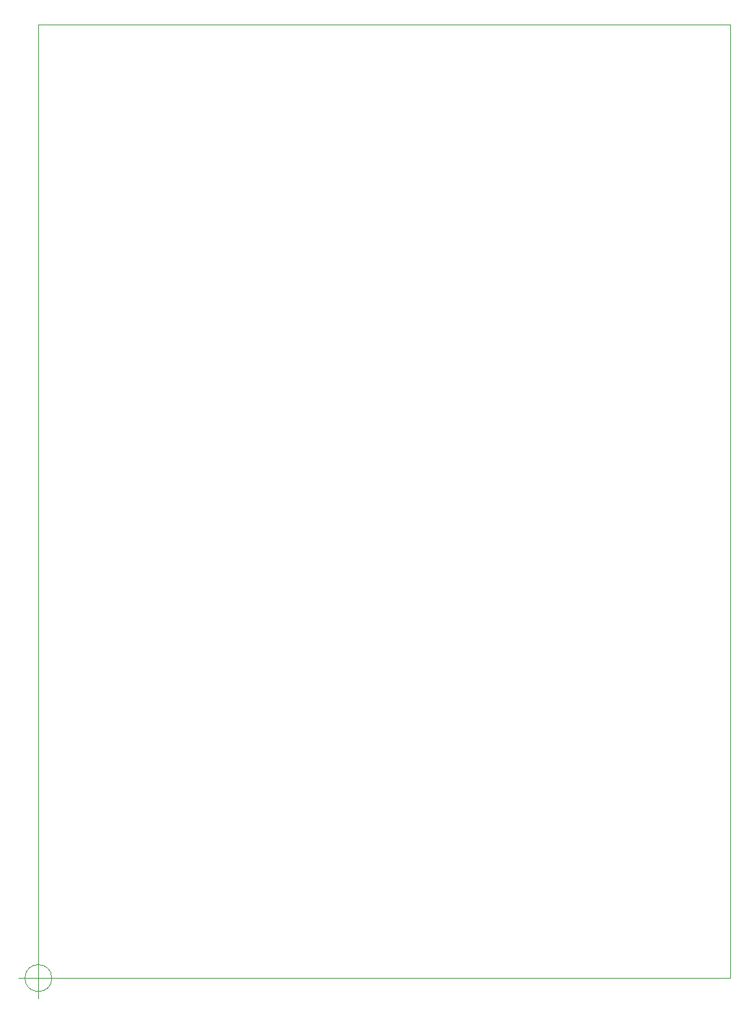
<source format=gbr>
%TF.GenerationSoftware,KiCad,Pcbnew,(6.0.9)*%
%TF.CreationDate,2022-12-04T20:55:25-04:00*%
%TF.ProjectId,pika-board,70696b61-2d62-46f6-9172-642e6b696361,rev?*%
%TF.SameCoordinates,Original*%
%TF.FileFunction,Profile,NP*%
%FSLAX46Y46*%
G04 Gerber Fmt 4.6, Leading zero omitted, Abs format (unit mm)*
G04 Created by KiCad (PCBNEW (6.0.9)) date 2022-12-04 20:55:25*
%MOMM*%
%LPD*%
G01*
G04 APERTURE LIST*
%TA.AperFunction,Profile*%
%ADD10C,0.100000*%
%TD*%
G04 APERTURE END LIST*
D10*
X28575000Y-51593750D02*
X114300000Y-51593750D01*
X114300000Y-51593750D02*
X114300000Y-169862500D01*
X114300000Y-169862500D02*
X28575000Y-169862500D01*
X28575000Y-169862500D02*
X28575000Y-51593750D01*
X30241666Y-169862500D02*
G75*
G03*
X30241666Y-169862500I-1666666J0D01*
G01*
X26075000Y-169862500D02*
X31075000Y-169862500D01*
X28575000Y-167362500D02*
X28575000Y-172362500D01*
M02*

</source>
